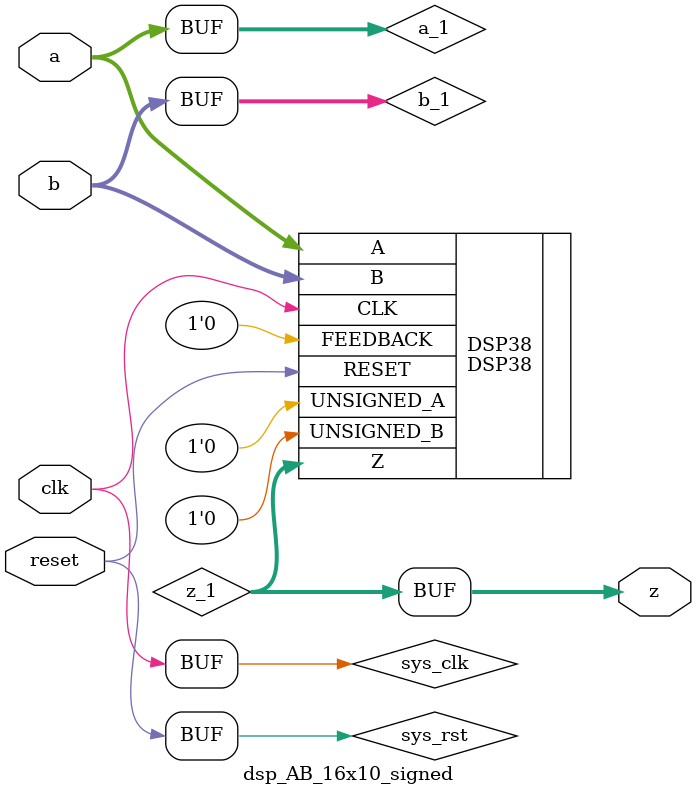
<source format=v>

`timescale 1ns / 1ps


module dsp_AB_16x10_signed #(
	parameter IP_TYPE 		= "DSPG",
	parameter IP_VERSION 	= 32'h1, 
	parameter IP_ID 		= 32'h56239d5
)
(
    input  wire   [15:0] a,
    input  wire    [9:0] b,
    input  wire          clk,
    input  wire          reset,
    output wire   [25:0] z
);


//------------------------------------------------------------------------------
// Signals
//------------------------------------------------------------------------------

wire          sys_clk;
wire          sys_rst;
wire signed  [15:0] a_1;
wire signed   [9:0] b_1;
wire   [25:0] z_1;

//------------------------------------------------------------------------------
// Combinatorial Logic
//------------------------------------------------------------------------------

assign a_1 = a;
assign b_1 = b;
assign sys_clk = clk;
assign sys_rst = reset;
assign z = z_1;


//------------------------------------------------------------------------------
// Synchronous Logic
//------------------------------------------------------------------------------


//------------------------------------------------------------------------------
// Specialized Logic
//------------------------------------------------------------------------------

DSP38 #(
	.DSP_MODE("MULTIPLY"),
	.INPUT_REG_EN("TRUE"),
	.OUTPUT_REG_EN("TRUE")
) DSP38 (
	.A(a_1),
	.B(b_1),
	.CLK(sys_clk),
	.FEEDBACK(1'd0),
	.RESET(sys_rst),
	.UNSIGNED_A(1'd0),
	.UNSIGNED_B(1'd0),
	.Z(z_1)
);

endmodule

// -----------------------------------------------------------------------------
//  Auto-Generated by LiteX on 2024-02-22 15:39:21.
//------------------------------------------------------------------------------

</source>
